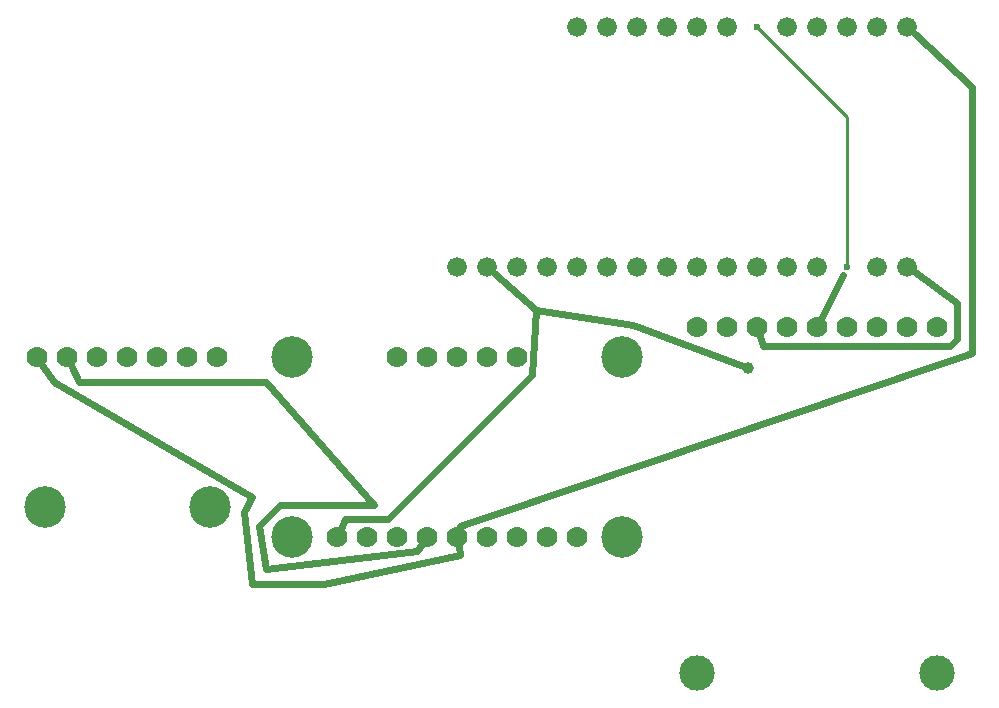
<source format=gtl>
G04 #@! TF.FileFunction,Copper,L1,Top,Signal*
%FSLAX46Y46*%
G04 Gerber Fmt 4.6, Leading zero omitted, Abs format (unit mm)*
G04 Created by KiCad (PCBNEW 4.0.7+dfsg1-1) date Sat Apr 14 07:41:59 2018*
%MOMM*%
%LPD*%
G01*
G04 APERTURE LIST*
%ADD10C,0.100000*%
%ADD11C,0.600000*%
%ADD12C,1.778000*%
%ADD13C,2.999990*%
%ADD14C,3.516000*%
%ADD15C,1.676400*%
%ADD16C,1.000000*%
%ADD17C,0.250000*%
%ADD18C,0.609600*%
G04 APERTURE END LIST*
D10*
D11*
X70840600Y37134800D03*
X63220600Y57454800D03*
D12*
X58140600Y32054800D03*
X60680600Y32054800D03*
X63220600Y32054800D03*
X65760600Y32054800D03*
X68300600Y32054800D03*
X70840600Y32054800D03*
X73380600Y32054800D03*
X75920600Y32054800D03*
X78460600Y32054800D03*
D13*
X78460600Y2717800D03*
X58140600Y2717800D03*
D14*
X16865600Y16814800D03*
D12*
X2260600Y29514800D03*
X17500600Y29514800D03*
X14960600Y29514800D03*
D14*
X2895600Y16814800D03*
D12*
X12420600Y29514800D03*
X9880600Y29514800D03*
X7340600Y29514800D03*
X4800600Y29514800D03*
X37820600Y14274800D03*
D14*
X23850600Y29514800D03*
D12*
X47980600Y14274800D03*
X27660600Y14274800D03*
X42900600Y14274800D03*
X32740600Y14274800D03*
D14*
X51790600Y14274800D03*
D12*
X42900600Y29514800D03*
X45440600Y14274800D03*
X40360600Y14274800D03*
X35280600Y14274800D03*
X30200600Y14274800D03*
D14*
X23850600Y14274800D03*
X51790600Y29514800D03*
D12*
X32740600Y29514800D03*
X35280600Y29514800D03*
X37820600Y29514800D03*
X40360600Y29514800D03*
D15*
X75920600Y37134800D03*
X73380600Y37134800D03*
X68300600Y37134800D03*
X65760600Y37134800D03*
X63220600Y37134800D03*
X60680600Y37134800D03*
X58140600Y37134800D03*
X55600600Y37134800D03*
X53060600Y37134800D03*
X50520600Y37134800D03*
X47980600Y37134800D03*
X45440600Y37134800D03*
X42900600Y37134800D03*
X40360600Y37134800D03*
X37820600Y37134800D03*
X47980600Y57454800D03*
X50520600Y57454800D03*
X53060600Y57454800D03*
X55600600Y57454800D03*
X58140600Y57454800D03*
X60680600Y57454800D03*
X65760600Y57454800D03*
X68300600Y57454800D03*
X70840600Y57454800D03*
X73380600Y57454800D03*
X75920600Y57454800D03*
D16*
X62484000Y28600400D03*
D17*
X70840600Y37134800D02*
X70840600Y49834800D01*
X70840600Y49834800D02*
X63220600Y57454800D01*
D18*
X68656200Y32766000D02*
X70485000Y36449000D01*
X63449200Y31318200D02*
X63703200Y30429200D01*
X63703200Y30429200D02*
X79552800Y30429200D01*
X79552800Y30429200D02*
X80162400Y31038800D01*
X80162400Y31038800D02*
X80162400Y34086800D01*
X80162400Y34086800D02*
X76555600Y36677600D01*
X40944800Y36626800D02*
X44500800Y33477200D01*
X44500800Y33477200D02*
X44196000Y27990800D01*
X44196000Y27990800D02*
X32004000Y15798800D01*
X32004000Y15798800D02*
X28346400Y15798800D01*
X28346400Y15798800D02*
X27990800Y14986000D01*
X62026800Y28778200D02*
X52730400Y32258000D01*
X52730400Y32258000D02*
X44500800Y33477200D01*
X5130800Y28803600D02*
X5791200Y27381200D01*
X5791200Y27381200D02*
X21640800Y27381200D01*
X21640800Y27381200D02*
X30784800Y17018000D01*
X30784800Y17018000D02*
X22860000Y17018000D01*
X22860000Y17018000D02*
X21031200Y15189200D01*
X21031200Y15189200D02*
X21640800Y11531600D01*
X21640800Y11531600D02*
X34442400Y13055600D01*
X34442400Y13055600D02*
X34823400Y13639800D01*
X2692400Y28854400D02*
X3657600Y27381200D01*
X3657600Y27381200D02*
X20421600Y17627600D01*
X20421600Y17627600D02*
X19812000Y16408400D01*
X19812000Y16408400D02*
X20421600Y10312400D01*
X20421600Y10312400D02*
X26517600Y10312400D01*
X26517600Y10312400D02*
X38100000Y12750800D01*
X38100000Y12750800D02*
X37973000Y13512800D01*
X76479400Y56921400D02*
X81381600Y52374800D01*
X81381600Y52374800D02*
X81381600Y29819600D01*
X81381600Y29819600D02*
X38100000Y15189200D01*
X38100000Y15189200D02*
X38049200Y15036800D01*
M02*

</source>
